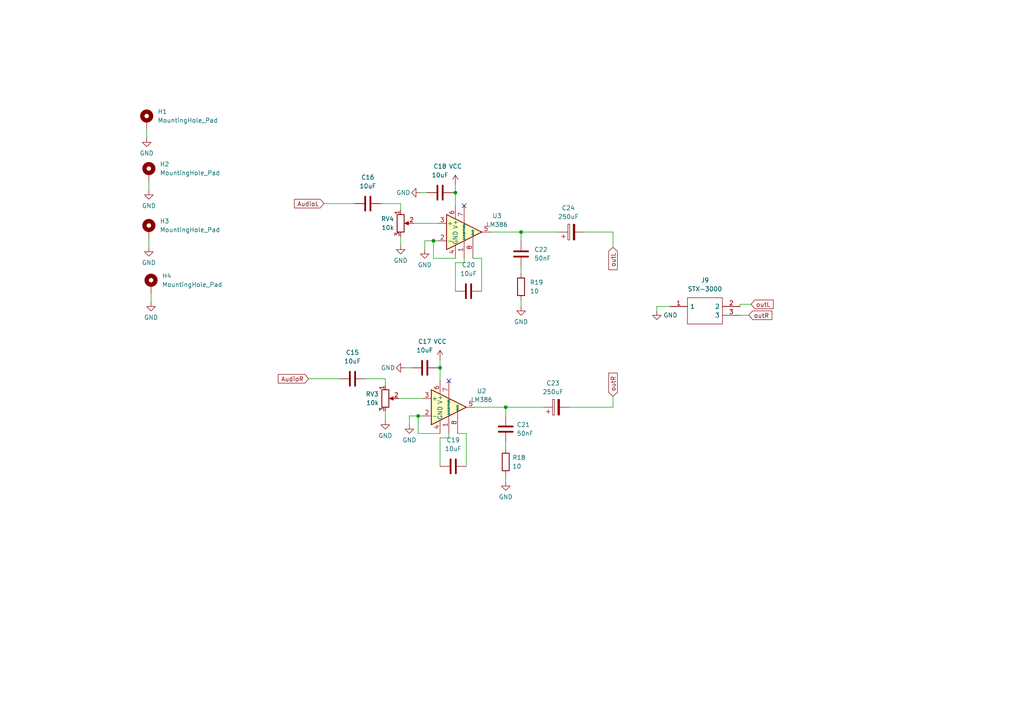
<source format=kicad_sch>
(kicad_sch (version 20211123) (generator eeschema)
  (paper "A4")
  (lib_symbols
    (symbol "Amplifier_Audio:LM386" (pin_names (offset 0.127))
      (property "Reference" "U" (at 1.27 7.62 0))
      (property "Value" "LM386" (at 1.27 5.08 0))
      (symbol "LM386_0_1"
        (polyline (pts (xy 5.08 0) (xy -5.08 5.08) (xy -5.08 -5.08) (xy 5.08 0)) (stroke (width 0.254)) (fill (type background)))
      )
      (symbol "LM386_1_1"
        (pin input line (at 0 -7.62 90) (length 5.08) (name "GAIN") (number "1"))
        (pin input line (at -7.62 -2.54 0) (length 2.54) (name "-") (number "2"))
        (pin input line (at -7.62 2.54 0) (length 2.54) (name "+") (number "3"))
        (pin power_in line (at -2.54 -7.62 90) (length 3.81) (name "GND") (number "4"))
        (pin output line (at 7.62 0 180) (length 2.54) (name "~") (number "5"))
        (pin power_in line (at -2.54 7.62 270) (length 3.81) (name "V+") (number "6"))
        (pin input line (at 0 7.62 270) (length 5.08) (name "BYPASS") (number "7"))
        (pin input line (at 2.54 -7.62 90) (length 6.35) (name "GAIN") (number "8"))
      )
    )
    (symbol "Device:C" (pin_numbers hide) (pin_names (offset 0.254))
      (property "Reference" "C" (at 0.635 2.54 0))
      (property "Value" "C" (at 0.635 -2.54 0))
      (symbol "C_0_1"
        (polyline (pts (xy -2.032 -0.762) (xy 2.032 -0.762)) (stroke (width 0.508)))
        (polyline (pts (xy -2.032 0.762) (xy 2.032 0.762)) (stroke (width 0.508)))
      )
      (symbol "C_1_1"
        (pin passive line (at 0 3.81 270) (length 2.794) (name "~") (number "1"))
        (pin passive line (at 0 -3.81 90) (length 2.794) (name "~") (number "2"))
      )
    )
    (symbol "Device:C_Polarized" (pin_numbers hide) (pin_names (offset 0.254))
      (property "Reference" "C" (at 0.635 2.54 0))
      (property "Value" "C_Polarized" (at 0.635 -2.54 0))
      (symbol "C_Polarized_0_1"
        (rectangle (start -2.286 0.508) (end 2.286 1.016))
        (polyline (pts (xy -1.778 2.286) (xy -0.762 2.286)))
        (polyline (pts (xy -1.27 2.794) (xy -1.27 1.778)))
        (rectangle (start 2.286 -0.508) (end -2.286 -1.016) (fill (type outline)))
      )
      (symbol "C_Polarized_1_1"
        (pin passive line (at 0 3.81 270) (length 2.794) (name "~") (number "1"))
        (pin passive line (at 0 -3.81 90) (length 2.794) (name "~") (number "2"))
      )
    )
    (symbol "Device:R" (pin_numbers hide) (pin_names (offset 0))
      (property "Reference" "R" (at 2.032 0 90))
      (property "Value" "R" (at 0 0 90))
      (symbol "R_0_1"
        (rectangle (start -1.016 -2.54) (end 1.016 2.54) (stroke (width 0.254)))
      )
      (symbol "R_1_1"
        (pin passive line (at 0 3.81 270) (length 1.27) (name "~") (number "1"))
        (pin passive line (at 0 -3.81 90) (length 1.27) (name "~") (number "2"))
      )
    )
    (symbol "Device:R_Potentiometer" (pin_names (offset 1.016) hide)
      (property "Reference" "RV" (at -4.445 0 90))
      (property "Value" "R_Potentiometer" (at -2.54 0 90))
      (symbol "R_Potentiometer_0_1"
        (polyline (pts (xy 2.54 0) (xy 1.524 0)))
        (polyline (pts (xy 1.143 0) (xy 2.286 0.508) (xy 2.286 -0.508) (xy 1.143 0)) (fill (type outline)))
        (rectangle (start 1.016 2.54) (end -1.016 -2.54) (stroke (width 0.254)))
      )
      (symbol "R_Potentiometer_1_1"
        (pin passive line (at 0 3.81 270) (length 1.27) (name "1") (number "1"))
        (pin passive line (at 3.81 0 180) (length 1.27) (name "2") (number "2"))
        (pin passive line (at 0 -3.81 90) (length 1.27) (name "3") (number "3"))
      )
    )
    (symbol "Mechanical:MountingHole_Pad" (pin_numbers hide) (pin_names (offset 1.016) hide)
      (property "Reference" "H" (at 0 6.35 0))
      (property "Value" "MountingHole_Pad" (at 0 4.445 0))
      (symbol "MountingHole_Pad_0_1"
        (circle (center 0 1.27) (radius 1.27) (stroke (width 1.27)))
      )
      (symbol "MountingHole_Pad_1_1"
        (pin input line (at 0 -2.54 90) (length 2.54) (name "1") (number "1"))
      )
    )
    (symbol "jack:STX-3000" (pin_names (offset 0.762))
      (property "Reference" "J" (at 16.51 7.62 0))
      (property "Value" "STX-3000" (at 16.51 5.08 0))
      (symbol "STX-3000_0_0"
        (pin passive line (at 0 0 0) (length 5.08) (name "1") (number "1"))
        (pin passive line (at 20.32 0 180) (length 5.08) (name "2") (number "2"))
        (pin passive line (at 20.32 -2.54 180) (length 5.08) (name "3") (number "3"))
      )
      (symbol "STX-3000_0_1"
        (polyline (pts (xy 5.08 2.54) (xy 15.24 2.54) (xy 15.24 -5.08) (xy 5.08 -5.08) (xy 5.08 2.54)) (stroke (width 0.1524)))
      )
    )
    (symbol "power:GND" (power) (pin_names (offset 0))
      (property "Value" "GND" (at 0 -3.81 0))
      (symbol "GND_0_1"
        (polyline (pts (xy 0 0) (xy 0 -1.27) (xy 1.27 -1.27) (xy 0 -2.54) (xy -1.27 -1.27) (xy 0 -1.27)))
      )
      (symbol "GND_1_1"
        (pin power_in line (at 0 0 270) (length 0) hide (name "GND") (number "1"))
      )
    )
    (symbol "power:VCC" (power) (pin_names (offset 0))
      (property "Value" "VCC" (at 0 3.81 0))
      (symbol "VCC_0_1"
        (polyline (pts (xy -0.762 1.27) (xy 0 2.54)))
        (polyline (pts (xy 0 0) (xy 0 2.54)))
        (polyline (pts (xy 0 2.54) (xy 0.762 1.27)))
      )
      (symbol "VCC_1_1"
        (pin power_in line (at 0 0 90) (length 0) hide (name "VCC") (number "1"))
      )
    )
  )
  (junction (at 121.285 120.65))
  (junction (at 125.73 69.85))
  (junction (at 146.685 118.11))
  (junction (at 132.08 55.88))
  (junction (at 151.13 67.31))
  (junction (at 127.635 106.68))
  (no_connect (at 134.62 59.69))
  (no_connect (at 130.175 110.49))
  (wire (pts (xy 146.685 118.11) (xy 157.48 118.11)))
  (wire (pts (xy 120.015 64.77) (xy 127 64.77)))
  (wire (pts (xy 135.255 135.255) (xy 135.255 125.73)))
  (wire (pts (xy 42.545 37.465) (xy 42.545 40.005)))
  (wire (pts (xy 111.76 121.92) (xy 111.76 119.38)))
  (wire (pts (xy 151.13 86.995) (xy 151.13 88.9)))
  (wire (pts (xy 131.445 55.88) (xy 132.08 55.88)))
  (wire (pts (xy 130.175 125.73) (xy 130.175 127)))
  (wire (pts (xy 125.73 69.85) (xy 125.73 74.93)))
  (wire (pts (xy 132.08 53.34) (xy 132.08 55.88)))
  (wire (pts (xy 116.205 71.12) (xy 116.205 68.58)))
  (wire (pts (xy 194.31 88.9) (xy 190.5 88.9)))
  (wire (pts (xy 111.76 111.76) (xy 111.76 109.855)))
  (wire (pts (xy 146.685 137.795) (xy 146.685 139.7)))
  (wire (pts (xy 125.73 74.93) (xy 132.08 74.93)))
  (wire (pts (xy 117.475 106.68) (xy 119.38 106.68)))
  (wire (pts (xy 214.63 91.44) (xy 217.17 91.44)))
  (wire (pts (xy 134.62 74.93) (xy 134.62 76.2)))
  (wire (pts (xy 106.045 109.855) (xy 111.76 109.855)))
  (wire (pts (xy 151.13 69.85) (xy 151.13 67.31)))
  (wire (pts (xy 217.805 88.265) (xy 214.63 88.265)))
  (wire (pts (xy 89.535 109.855) (xy 98.425 109.855)))
  (wire (pts (xy 169.545 67.31) (xy 177.8 67.31)))
  (wire (pts (xy 139.7 84.455) (xy 139.7 74.93)))
  (wire (pts (xy 151.13 67.31) (xy 161.925 67.31)))
  (wire (pts (xy 151.13 67.31) (xy 142.24 67.31)))
  (wire (pts (xy 122.555 120.65) (xy 121.285 120.65)))
  (wire (pts (xy 118.745 120.65) (xy 118.745 123.19)))
  (wire (pts (xy 121.285 120.65) (xy 118.745 120.65)))
  (wire (pts (xy 43.18 69.215) (xy 43.18 71.755)))
  (wire (pts (xy 177.8 114.935) (xy 177.8 118.11)))
  (wire (pts (xy 135.255 125.73) (xy 132.715 125.73)))
  (wire (pts (xy 132.08 76.2) (xy 132.08 84.455)))
  (wire (pts (xy 177.8 71.755) (xy 177.8 67.31)))
  (wire (pts (xy 127.635 127) (xy 127.635 135.255)))
  (wire (pts (xy 43.18 52.705) (xy 43.18 55.245)))
  (wire (pts (xy 125.73 69.85) (xy 123.19 69.85)))
  (wire (pts (xy 165.1 118.11) (xy 177.8 118.11)))
  (wire (pts (xy 146.685 128.27) (xy 146.685 130.175)))
  (wire (pts (xy 127 106.68) (xy 127.635 106.68)))
  (wire (pts (xy 132.08 55.88) (xy 132.08 59.69)))
  (wire (pts (xy 123.19 69.85) (xy 123.19 72.39)))
  (wire (pts (xy 130.175 127) (xy 127.635 127)))
  (wire (pts (xy 190.5 88.9) (xy 190.5 90.17)))
  (wire (pts (xy 116.205 60.96) (xy 116.205 59.055)))
  (wire (pts (xy 151.13 77.47) (xy 151.13 79.375)))
  (wire (pts (xy 110.49 59.055) (xy 116.205 59.055)))
  (wire (pts (xy 134.62 76.2) (xy 132.08 76.2)))
  (wire (pts (xy 127.635 106.68) (xy 127.635 110.49)))
  (wire (pts (xy 121.285 120.65) (xy 121.285 125.73)))
  (wire (pts (xy 121.285 125.73) (xy 127.635 125.73)))
  (wire (pts (xy 139.7 74.93) (xy 137.16 74.93)))
  (wire (pts (xy 146.685 118.11) (xy 137.795 118.11)))
  (wire (pts (xy 115.57 115.57) (xy 122.555 115.57)))
  (wire (pts (xy 127.635 104.14) (xy 127.635 106.68)))
  (wire (pts (xy 146.685 120.65) (xy 146.685 118.11)))
  (wire (pts (xy 121.92 55.88) (xy 123.825 55.88)))
  (wire (pts (xy 214.63 88.265) (xy 214.63 88.9)))
  (wire (pts (xy 93.98 59.055) (xy 102.87 59.055)))
  (wire (pts (xy 43.815 85.09) (xy 43.815 87.63)))
  (wire (pts (xy 127 69.85) (xy 125.73 69.85)))
  (global_label "AudioR" (shape input) (at 89.535 109.855 180) (property "Intersheet References" "${INTERSHEET_REFS}" (effects hide)))
  (global_label "outR" (shape input) (at 177.8 114.935 90) (property "Intersheet References" "${INTERSHEET_REFS}" (effects hide)))
  (global_label "outL" (shape input) (at 177.8 71.755 270) (property "Intersheet References" "${INTERSHEET_REFS}" (effects hide)))
  (global_label "outL" (shape input) (at 217.805 88.265 0) (property "Intersheet References" "${INTERSHEET_REFS}" (effects hide)))
  (global_label "outR" (shape input) (at 217.17 91.44 0) (property "Intersheet References" "${INTERSHEET_REFS}" (effects hide)))
  (global_label "AudioL" (shape input) (at 93.98 59.055 180) (property "Intersheet References" "${INTERSHEET_REFS}" (effects hide)))
  (symbol (lib_id "Device:C") (at 123.19 106.68 90) (unit 1)
    (property "Reference" "C17" (at 123.19 99.06 90))
    (property "Value" "10uF" (at 123.19 101.6 90))
    (property "Footprint" "Capacitor_SMD:C_0603_1608Metric_Pad1.08x0.95mm_HandSolder" (effects hide))
  )
  (symbol (lib_id "power:GND") (at 118.745 123.19 0) (unit 1)
    (property "Reference" "#PWR041" (effects hide))
    (property "Value" "GND" (at 118.745 127.635 0))
  )
  (symbol (lib_id "power:GND") (at 121.92 55.88 270) (unit 1)
    (property "Reference" "#PWR042" (effects hide))
    (property "Value" "GND" (at 114.935 55.88 90) (effects (justify left)))
  )
  (symbol (lib_id "power:GND") (at 151.13 88.9 0) (unit 1)
    (property "Reference" "#PWR047" (effects hide))
    (property "Value" "GND" (at 151.13 93.345 0))
  )
  (symbol (lib_id "Amplifier_Audio:LM386") (at 130.175 118.11 0) (unit 1)
    (property "Reference" "U2" (at 139.7 113.411 0))
    (property "Value" "LM386" (at 139.7 115.951 0))
    (property "Footprint" "Package_DIP:DIP-8_W7.62mm" (effects hide))
    (property "Datasheet" "http://www.ti.com/lit/ds/symlink/lm386.pdf" (effects hide))
  )
  (symbol (lib_id "power:GND") (at 111.76 121.92 0) (unit 1)
    (property "Reference" "#PWR038" (effects hide))
    (property "Value" "GND" (at 111.76 126.365 0))
  )
  (symbol (lib_id "power:GND") (at 146.685 139.7 0) (unit 1)
    (property "Reference" "#PWR046" (effects hide))
    (property "Value" "GND" (at 146.685 144.145 0))
  )
  (symbol (lib_id "Mechanical:MountingHole_Pad") (at 43.815 82.55 0) (unit 1)
    (property "Reference" "H4" (at 46.99 80.0099 0) (effects (justify left)))
    (property "Value" "MountingHole_Pad" (at 46.99 82.5499 0) (effects (justify left)))
    (property "Footprint" "MountingHole:MountingHole_3.2mm_M3_Pad_Via" (effects hide))
  )
  (symbol (lib_id "power:VCC") (at 127.635 104.14 0) (unit 1)
    (property "Reference" "#PWR044" (effects hide))
    (property "Value" "VCC" (at 127.635 99.06 0))
  )
  (symbol (lib_id "Device:C_Polarized") (at 161.29 118.11 90) (unit 1)
    (property "Reference" "C23" (at 160.401 111.125 90))
    (property "Value" "250uF" (at 160.401 113.665 90))
    (property "Footprint" "Capacitor_THT:CP_Radial_D6.3mm_P2.50mm" (effects hide))
  )
  (symbol (lib_id "Mechanical:MountingHole_Pad") (at 42.545 34.925 0) (unit 1)
    (property "Reference" "H1" (at 45.72 32.3849 0) (effects (justify left)))
    (property "Value" "MountingHole_Pad" (at 45.72 34.9249 0) (effects (justify left)))
    (property "Footprint" "MountingHole:MountingHole_3.2mm_M3_Pad_Via" (effects hide))
  )
  (symbol (lib_id "power:GND") (at 116.205 71.12 0) (unit 1)
    (property "Reference" "#PWR039" (effects hide))
    (property "Value" "GND" (at 116.205 75.565 0))
  )
  (symbol (lib_id "Device:C") (at 151.13 73.66 180) (unit 1)
    (property "Reference" "C22" (at 154.94 72.3899 0) (effects (justify right)))
    (property "Value" "50nF" (at 154.94 74.9299 0) (effects (justify right)))
    (property "Footprint" "Capacitor_SMD:C_0603_1608Metric_Pad1.08x0.95mm_HandSolder" (effects hide))
  )
  (symbol (lib_id "Device:R") (at 151.13 83.185 0) (unit 1)
    (property "Reference" "R19" (at 153.67 81.9149 0) (effects (justify left)))
    (property "Value" "10" (at 153.67 84.4549 0) (effects (justify left)))
    (property "Footprint" "Resistor_SMD:R_0603_1608Metric_Pad0.98x0.95mm_HandSolder" (effects hide))
  )
  (symbol (lib_id "power:GND") (at 123.19 72.39 0) (unit 1)
    (property "Reference" "#PWR043" (effects hide))
    (property "Value" "GND" (at 123.19 76.835 0))
  )
  (symbol (lib_id "Device:C") (at 102.235 109.855 90) (unit 1)
    (property "Reference" "C15" (at 102.235 102.235 90))
    (property "Value" "10uF" (at 102.235 104.775 90))
    (property "Footprint" "Capacitor_SMD:C_0603_1608Metric_Pad1.08x0.95mm_HandSolder" (effects hide))
  )
  (symbol (lib_id "Device:C") (at 135.89 84.455 270) (unit 1)
    (property "Reference" "C20" (at 135.89 76.835 90))
    (property "Value" "10uF" (at 135.89 79.375 90))
    (property "Footprint" "Capacitor_SMD:C_0603_1608Metric_Pad1.08x0.95mm_HandSolder" (effects hide))
  )
  (symbol (lib_id "Mechanical:MountingHole_Pad") (at 43.18 50.165 0) (unit 1)
    (property "Reference" "H2" (at 46.355 47.6249 0) (effects (justify left)))
    (property "Value" "MountingHole_Pad" (at 46.355 50.1649 0) (effects (justify left)))
    (property "Footprint" "MountingHole:MountingHole_3.2mm_M3_Pad_Via" (effects hide))
  )
  (symbol (lib_id "power:GND") (at 42.545 40.005 0) (unit 1)
    (property "Reference" "#PWR0102" (effects hide))
    (property "Value" "GND" (at 42.545 44.45 0))
  )
  (symbol (lib_id "Device:C") (at 131.445 135.255 270) (unit 1)
    (property "Reference" "C19" (at 131.445 127.635 90))
    (property "Value" "10uF" (at 131.445 130.175 90))
    (property "Footprint" "Capacitor_SMD:C_0603_1608Metric_Pad1.08x0.95mm_HandSolder" (effects hide))
  )
  (symbol (lib_id "power:GND") (at 43.18 55.245 0) (unit 1)
    (property "Reference" "#PWR0101" (effects hide))
    (property "Value" "GND" (at 43.18 59.69 0))
  )
  (symbol (lib_id "power:GND") (at 190.5 90.17 0) (unit 1)
    (property "Reference" "#PWR048" (effects hide))
    (property "Value" "GND" (at 192.405 91.4399 0) (effects (justify left)))
  )
  (symbol (lib_id "Device:C") (at 127.635 55.88 90) (unit 1)
    (property "Reference" "C18" (at 127.635 48.26 90))
    (property "Value" "10uF" (at 127.635 50.8 90))
    (property "Footprint" "Capacitor_SMD:C_0603_1608Metric_Pad1.08x0.95mm_HandSolder" (effects hide))
  )
  (symbol (lib_id "Device:C") (at 146.685 124.46 180) (unit 1)
    (property "Reference" "C21" (at 149.86 123.1899 0) (effects (justify right)))
    (property "Value" "50nF" (at 149.86 125.7299 0) (effects (justify right)))
    (property "Footprint" "Capacitor_SMD:C_0603_1608Metric_Pad1.08x0.95mm_HandSolder" (effects hide))
  )
  (symbol (lib_id "power:GND") (at 43.815 87.63 0) (unit 1)
    (property "Reference" "#PWR0104" (effects hide))
    (property "Value" "GND" (at 43.815 92.075 0))
  )
  (symbol (lib_id "Amplifier_Audio:LM386") (at 134.62 67.31 0) (unit 1)
    (property "Reference" "U3" (at 144.145 62.611 0))
    (property "Value" "LM386" (at 144.145 65.151 0))
    (property "Footprint" "Package_DIP:DIP-8_W7.62mm" (effects hide))
    (property "Datasheet" "http://www.ti.com/lit/ds/symlink/lm386.pdf" (effects hide))
  )
  (symbol (lib_id "power:GND") (at 117.475 106.68 270) (unit 1)
    (property "Reference" "#PWR040" (effects hide))
    (property "Value" "GND" (at 110.49 106.68 90) (effects (justify left)))
  )
  (symbol (lib_id "Device:R_Potentiometer") (at 111.76 115.57 0) (unit 1)
    (property "Reference" "RV3" (at 109.855 114.2999 0) (effects (justify right)))
    (property "Value" "10k" (at 109.855 116.8399 0) (effects (justify right)))
    (property "Footprint" "Potentiometer_THT:Potentiometer_Bourns_PTV09A-1_Single_Vertical" (effects hide))
  )
  (symbol (lib_id "Device:C_Polarized") (at 165.735 67.31 90) (unit 1)
    (property "Reference" "C24" (at 164.846 60.325 90))
    (property "Value" "250uF" (at 164.846 62.865 90))
    (property "Footprint" "Capacitor_THT:CP_Radial_D6.3mm_P2.50mm" (effects hide))
  )
  (symbol (lib_id "power:VCC") (at 132.08 53.34 0) (unit 1)
    (property "Reference" "#PWR045" (effects hide))
    (property "Value" "VCC" (at 132.08 48.26 0))
  )
  (symbol (lib_id "Device:R") (at 146.685 133.985 0) (unit 1)
    (property "Reference" "R18" (at 148.59 132.7149 0) (effects (justify left)))
    (property "Value" "10" (at 148.59 135.2549 0) (effects (justify left)))
    (property "Footprint" "Resistor_SMD:R_0603_1608Metric_Pad0.98x0.95mm_HandSolder" (effects hide))
  )
  (symbol (lib_id "Mechanical:MountingHole_Pad") (at 43.18 66.675 0) (unit 1)
    (property "Reference" "H3" (at 46.355 64.1349 0) (effects (justify left)))
    (property "Value" "MountingHole_Pad" (at 46.355 66.6749 0) (effects (justify left)))
    (property "Footprint" "MountingHole:MountingHole_3.2mm_M3_Pad_Via" (effects hide))
  )
  (symbol (lib_id "Device:R_Potentiometer") (at 116.205 64.77 0) (unit 1)
    (property "Reference" "RV4" (at 114.3 63.4999 0) (effects (justify right)))
    (property "Value" "10k" (at 114.3 66.0399 0) (effects (justify right)))
    (property "Footprint" "Potentiometer_THT:Potentiometer_Bourns_PTV09A-1_Single_Vertical" (effects hide))
  )
  (symbol (lib_id "power:GND") (at 43.18 71.755 0) (unit 1)
    (property "Reference" "#PWR0103" (effects hide))
    (property "Value" "GND" (at 43.18 76.2 0))
  )
  (symbol (lib_id "Device:C") (at 106.68 59.055 90) (unit 1)
    (property "Reference" "C16" (at 106.68 51.435 90))
    (property "Value" "10uF" (at 106.68 53.975 90))
    (property "Footprint" "Capacitor_SMD:C_0603_1608Metric_Pad1.08x0.95mm_HandSolder" (effects hide))
  )
  (symbol (lib_id "jack:STX-3000") (at 194.31 88.9 0) (unit 1)
    (property "Reference" "J9" (at 204.47 81.28 0))
    (property "Value" "STX-3000" (at 204.47 83.82 0))
    (property "Footprint" "jack:STX3000" (effects hide))
    (property "Datasheet" "http://www.kycon.com/Pub_Eng_Draw/STX-3000.pdf" (effects hide))
    (property "Description" "Phone Connectors 3.5mm PCB STEREO BLK PLASTIC NON THREADED" (effects hide))
    (property "Height" "5.4" (effects hide))
    (property "Mouser Part Number" "806-STX-3000" (effects hide))
    (property "Mouser Price/Stock" "https://www.mouser.co.uk/ProductDetail/Kycon/STX-3000?qs=kjZ2mQLP346Nbz1X9BOzfg%3D%3D" (effects hide))
    (property "Manufacturer_Name" "Kycon" (effects hide))
    (property "Manufacturer_Part_Number" "STX-3000" (effects hide))
  )
)
</source>
